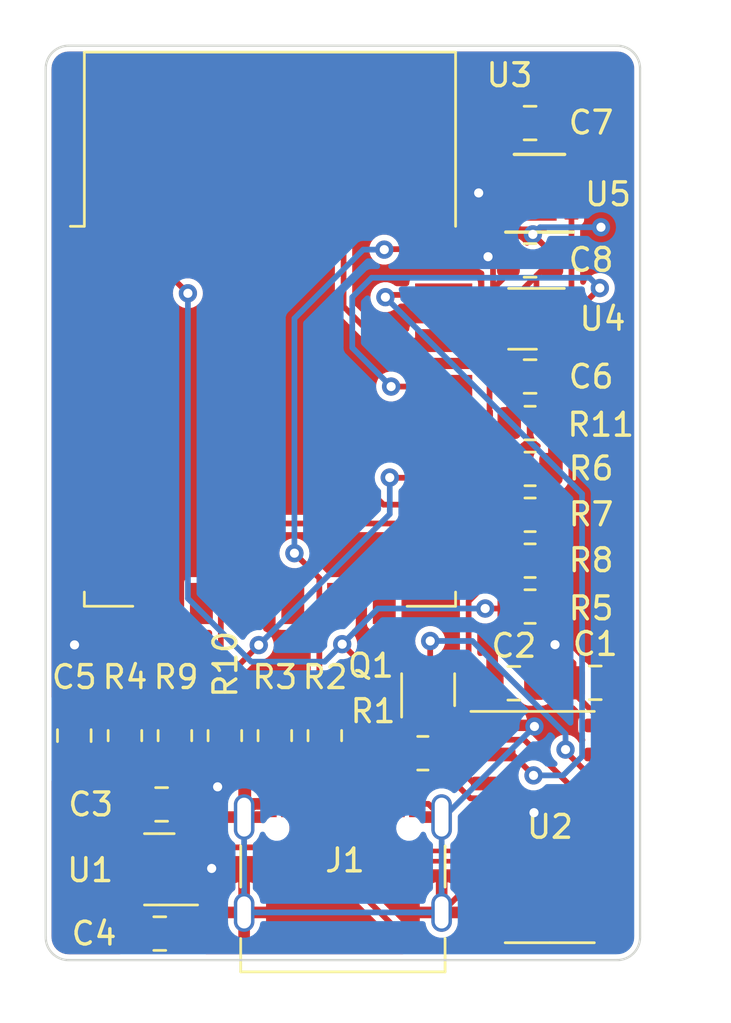
<source format=kicad_pcb>
(kicad_pcb (version 20211014) (generator pcbnew)
  (layers (0 "F.Cu" signal) (31 "B.Cu" signal) (34 "B.Paste" user) (35 "F.Paste" user) (36 "B.SilkS" user "B.Silkscreen") (37 "F.SilkS" user "F.Silkscreen") (38 "B.Mask" user) (39 "F.Mask" user) (44 "Edge.Cuts" user))
  (net 0 "")
  (net 1 "+3V3")
  (net 2 "GND")
  (net 3 "VBUS")
  (net 4 "/USB_DN")
  (net 5 "/USB_DP")
  (net 7 "Net-(J1-PadA5)")
  (net 9 "Net-(J1-PadB5)")
  (net 10 "/RTS")
  (net 11 "/GPIO0")
  (net 12 "/DTR")
  (net 13 "/RST")
  (net 14 "Net-(R1-Pad1)")
  (net 15 "/TX")
  (net 16 "Net-(R4-Pad2)")
  (net 17 "/SCL")
  (net 18 "/SDA")
  (net 19 "Net-(R9-Pad1)")
  (net 20 "Net-(R10-Pad2)")
  (net 21 "Net-(U4-Pad1)")
  (net 22 "/RX")
  (footprint "air-quality:DFN-6-1EP_2.44x2.44mm_P0.8mm_EP1.25x1.64mm" (layer "F.Cu") (at 141.468 81.946629 180)
    (fp_text reference "U4" (at -2.892 0) (layer "F.SilkS"))
    (fp_text value "SGP40")
    (fp_line (start 0 -1.33) (end 1.22 -1.33) (layer "F.SilkS") (width 0.12))
    (fp_line (start -1.22 1.33) (end 1.22 1.33) (layer "F.SilkS") (width 0.12))
    (pad "1" smd roundrect locked (at -1.275 -0.8 180) (size 0.6 0.4) (layers "F.Cu" "F.Paste" "F.Mask") (net 21 "Net-(U4-Pad1)"))
    (pad "2" smd roundrect locked (at -1.275 0 180) (size 0.6 0.4) (layers "F.Cu" "F.Paste" "F.Mask"))
    (pad "3" smd roundrect locked (at -1.275 0.8 180) (size 0.6 0.4) (layers "F.Cu" "F.Paste" "F.Mask") (net 18 "/SDA"))
    (pad "4" smd roundrect locked (at 1.275 0.8 180) (size 0.6 0.4) (layers "F.Cu" "F.Paste" "F.Mask") (net 2 "GND"))
    (pad "5" smd roundrect locked (at 1.275 0 180) (size 0.6 0.4) (layers "F.Cu" "F.Paste" "F.Mask") (net 1 "+3V3"))
    (pad "6" smd roundrect locked (at 1.275 -0.8 180) (size 0.6 0.4) (layers "F.Cu" "F.Paste" "F.Mask") (net 17 "/SCL"))
    (pad "7" smd rect locked (at 0 0 180) (size 1.25 1.64) (layers "F.Cu" "F.Mask") (net 2 "GND"))
  )
  (footprint "Capacitor_SMD:C_0805_2012Metric" (layer "F.Cu") (at 141.19 84.47)
    (fp_text reference "C6" (at 2.67 0.01) (layer "F.SilkS"))
    (fp_text value "1u")
    (fp_line (start -0.261252 0.735) (end 0.261252 0.735) (layer "F.SilkS") (width 0.12))
    (fp_line (start -0.261252 -0.735) (end 0.261252 -0.735) (layer "F.SilkS") (width 0.12))
    (pad "1" smd roundrect locked (at -0.95 0) (size 1 1.45) (layers "F.Cu" "F.Paste" "F.Mask") (net 21 "Net-(U4-Pad1)"))
    (pad "2" smd roundrect locked (at 0.95 0) (size 1 1.45) (layers "F.Cu" "F.Paste" "F.Mask") (net 2 "GND"))
  )
  (footprint "Resistor_SMD:R_0805_2012Metric" (layer "F.Cu") (at 141.19 88.5136 180)
    (fp_text reference "R6" (at -2.67 0.0204 180) (layer "F.SilkS"))
    (fp_text value "10k")
    (fp_line (start -0.227064 -0.735) (end 0.227064 -0.735) (layer "F.SilkS") (width 0.12))
    (fp_line (start -0.227064 0.735) (end 0.227064 0.735) (layer "F.SilkS") (width 0.12))
    (pad "1" smd roundrect locked (at -0.9125 0 180) (size 1.025 1.4) (layers "F.Cu" "F.Paste" "F.Mask") (roundrect_rratio 0.243902439) (net 1 "+3V3"))
    (pad "2" smd roundrect locked (at 0.9125 0 180) (size 1.025 1.4) (layers "F.Cu" "F.Paste" "F.Mask") (roundrect_rratio 0.243902439) (net 17 "/SCL"))
  )
  (footprint "Resistor_SMD:R_0805_2012Metric" (layer "F.Cu") (at 141.19 90.5204 180)
    (fp_text reference "R7" (at -2.67 0.0204) (layer "F.SilkS"))
    (fp_text value "10k")
    (fp_line (start -0.227064 -0.735) (end 0.227064 -0.735) (layer "F.SilkS") (width 0.12))
    (fp_line (start -0.227064 0.735) (end 0.227064 0.735) (layer "F.SilkS") (width 0.12))
    (pad "1" smd roundrect locked (at -0.9125 0 180) (size 1.025 1.4) (layers "F.Cu" "F.Paste" "F.Mask") (roundrect_rratio 0.243902439) (net 1 "+3V3"))
    (pad "2" smd roundrect locked (at 0.9125 0 180) (size 1.025 1.4) (layers "F.Cu" "F.Paste" "F.Mask") (roundrect_rratio 0.243902439) (net 18 "/SDA"))
  )
  (footprint "Resistor_SMD:R_0805_2012Metric" (layer "F.Cu") (at 123.466 100.18 90)
    (fp_text reference "R4" (at 2.56 0.004 180) (layer "F.SilkS"))
    (fp_text value "10k")
    (fp_line (start -0.227064 -0.735) (end 0.227064 -0.735) (layer "F.SilkS") (width 0.12))
    (fp_line (start -0.227064 0.735) (end 0.227064 0.735) (layer "F.SilkS") (width 0.12))
    (pad "1" smd roundrect locked (at -0.9125 0 90) (size 1.025 1.4) (layers "F.Cu" "F.Paste" "F.Mask") (roundrect_rratio 0.243902439) (net 1 "+3V3"))
    (pad "2" smd roundrect locked (at 0.9125 0 90) (size 1.025 1.4) (layers "F.Cu" "F.Paste" "F.Mask") (roundrect_rratio 0.243902439) (net 16 "Net-(R4-Pad2)"))
  )
  (footprint "Capacitor_SMD:C_0805_2012Metric" (layer "F.Cu") (at 124.99 108.84)
    (fp_text reference "C4" (at -2.875 0 180) (layer "F.SilkS"))
    (fp_text value "10u")
    (fp_line (start -0.261252 -0.735) (end 0.261252 -0.735) (layer "F.SilkS") (width 0.12))
    (fp_line (start -0.261252 0.735) (end 0.261252 0.735) (layer "F.SilkS") (width 0.12))
    (pad "1" smd roundrect locked (at -0.95 0) (size 1 1.45) (layers "F.Cu" "F.Paste" "F.Mask") (net 1 "+3V3"))
    (pad "2" smd roundrect locked (at 0.95 0) (size 1 1.45) (layers "F.Cu" "F.Paste" "F.Mask") (net 2 "GND"))
  )
  (footprint "Capacitor_SMD:C_0805_2012Metric" (layer "F.Cu") (at 121.25 100.18 -90)
    (fp_text reference "C5" (at -2.56 0 180) (layer "F.SilkS"))
    (fp_text value "100n")
    (fp_line (start -0.261252 -0.735) (end 0.261252 -0.735) (layer "F.SilkS") (width 0.12))
    (fp_line (start -0.261252 0.735) (end 0.261252 0.735) (layer "F.SilkS") (width 0.12))
    (pad "1" smd roundrect locked (at -0.95 0 270) (size 1 1.45) (layers "F.Cu" "F.Paste" "F.Mask") (net 1 "+3V3"))
    (pad "2" smd roundrect locked (at 0.95 0 270) (size 1 1.45) (layers "F.Cu" "F.Paste" "F.Mask") (net 2 "GND"))
  )
  (footprint "Package_SO:SOIC-16_3.9x9.9mm_P1.27mm" (layer "F.Cu") (at 142.05 104.18)
    (fp_text reference "U2" (at 0.01 -0.01 180) (layer "F.SilkS"))
    (fp_text value "CH340C")
    (fp_line (start 0 5.06) (end -1.95 5.06) (layer "F.SilkS") (width 0.12))
    (fp_line (start 0 5.06) (end 1.95 5.06) (layer "F.SilkS") (width 0.12))
    (fp_line (start 0 -5.06) (end -3.45 -5.06) (layer "F.SilkS") (width 0.12))
    (fp_line (start 0 -5.06) (end 1.95 -5.06) (layer "F.SilkS") (width 0.12))
    (pad "1" smd roundrect locked (at -2.475 -4.445) (size 1.95 0.6) (layers "F.Cu" "F.Paste" "F.Mask") (net 2 "GND"))
    (pad "2" smd roundrect locked (at -2.475 -3.175) (size 1.95 0.6) (layers "F.Cu" "F.Paste" "F.Mask") (net 22 "/RX"))
    (pad "3" smd roundrect locked (at -2.475 -1.905) (size 1.95 0.6) (layers "F.Cu" "F.Paste" "F.Mask") (net 14 "Net-(R1-Pad1)"))
    (pad "4" smd roundrect locked (at -2.475 -0.635) (size 1.95 0.6) (layers "F.Cu" "F.Paste" "F.Mask") (net 1 "+3V3"))
    (pad "5" smd roundrect locked (at -2.475 0.635) (size 1.95 0.6) (layers "F.Cu" "F.Paste" "F.Mask") (net 5 "/USB_DP"))
    (pad "6" smd roundrect locked (at -2.475 1.905) (size 1.95 0.6) (layers "F.Cu" "F.Paste" "F.Mask") (net 4 "/USB_DN"))
    (pad "7" smd roundrect locked (at -2.475 3.175) (size 1.95 0.6) (layers "F.Cu" "F.Paste" "F.Mask"))
    (pad "8" smd roundrect locked (at -2.475 4.445) (size 1.95 0.6) (layers "F.Cu" "F.Paste" "F.Mask"))
    (pad "9" smd roundrect locked (at 2.475 4.445) (size 1.95 0.6) (layers "F.Cu" "F.Paste" "F.Mask"))
    (pad "10" smd roundrect locked (at 2.475 3.175) (size 1.95 0.6) (layers "F.Cu" "F.Paste" "F.Mask"))
    (pad "11" smd roundrect locked (at 2.475 1.905) (size 1.95 0.6) (layers "F.Cu" "F.Paste" "F.Mask"))
    (pad "12" smd roundrect locked (at 2.475 0.635) (size 1.95 0.6) (layers "F.Cu" "F.Paste" "F.Mask"))
    (pad "13" smd roundrect locked (at 2.475 -0.635) (size 1.95 0.6) (layers "F.Cu" "F.Paste" "F.Mask") (net 12 "/DTR"))
    (pad "14" smd roundrect locked (at 2.475 -1.905) (size 1.95 0.6) (layers "F.Cu" "F.Paste" "F.Mask") (net 10 "/RTS"))
    (pad "15" smd roundrect locked (at 2.475 -3.175) (size 1.95 0.6) (layers "F.Cu" "F.Paste" "F.Mask"))
    (pad "16" smd roundrect locked (at 2.475 -4.445) (size 1.95 0.6) (layers "F.Cu" "F.Paste" "F.Mask") (net 1 "+3V3"))
  )
  (footprint "Connector_USB:USB_C_Receptacle_Palconn_UTC16-G" (layer "F.Cu") (at 133 105.675)
    (fp_text reference "J1" (at 0.092 -0.036) (layer "F.SilkS"))
    (fp_text value "USB_C_Receptacle_USB2.0")
    (fp_line (start -4.47 4.84) (end -4.47 3.38) (layer "F.SilkS") (width 0.12))
    (fp_line (start 4.47 -0.67) (end 4.47 1.13) (layer "F.SilkS") (width 0.12))
    (fp_line (start 4.47 4.84) (end -4.47 4.84) (layer "F.SilkS") (width 0.12))
    (fp_line (start 4.47 4.84) (end 4.47 3.38) (layer "F.SilkS") (width 0.12))
    (fp_line (start -4.47 -0.67) (end -4.47 1.13) (layer "F.SilkS") (width 0.12))
    (pad "" np_thru_hole circle locked (at 2.89 -1.45 180) (size 0.6 0.6) (drill 0.6) (layers *.Cu *.Mask))
    (pad "" np_thru_hole circle locked (at -2.89 -1.45 180) (size 0.6 0.6) (drill 0.6) (layers *.Cu *.Mask))
    (pad "A1" smd rect locked (at -3.2 -2.51) (size 0.6 1.16) (layers "F.Cu" "F.Paste" "F.Mask") (net 2 "GND"))
    (pad "A4" smd rect locked (at -2.4 -2.51) (size 0.6 1.16) (layers "F.Cu" "F.Paste" "F.Mask") (net 3 "VBUS"))
    (pad "A5" smd rect locked (at -1.25 -2.51 180) (size 0.3 1.16) (layers "F.Cu" "F.Paste" "F.Mask") (net 7 "Net-(J1-PadA5)"))
    (pad "A6" smd rect locked (at -0.25 -2.51 180) (size 0.3 1.16) (layers "F.Cu" "F.Paste" "F.Mask") (net 5 "/USB_DP"))
    (pad "A7" smd rect locked (at 0.25 -2.51 180) (size 0.3 1.16) (layers "F.Cu" "F.Paste" "F.Mask") (net 4 "/USB_DN"))
    (pad "A8" smd rect locked (at 1.25 -2.51 180) (size 0.3 1.16) (layers "F.Cu" "F.Paste" "F.Mask"))
    (pad "A9" smd rect locked (at 2.4 -2.51) (size 0.6 1.16) (layers "F.Cu" "F.Paste" "F.Mask") (net 3 "VBUS"))
    (pad "A12" smd rect locked (at 3.2 -2.51) (size 0.6 1.16) (layers "F.Cu" "F.Paste" "F.Mask") (net 2 "GND"))
    (pad "B1" smd rect locked (at 3.2 -2.51) (size 0.6 1.16) (layers "F.Cu" "F.Paste" "F.Mask") (net 2 "GND"))
    (pad "B4" smd rect locked (at 2.4 -2.51) (size 0.6 1.16) (layers "F.Cu" "F.Paste" "F.Mask") (net 3 "VBUS"))
    (pad "B5" smd rect locked (at 1.75 -2.51 180) (size 0.3 1.16) (layers "F.Cu" "F.Paste" "F.Mask") (net 9 "Net-(J1-PadB5)"))
    (pad "B6" smd rect locked (at 0.75 -2.51 180) (size 0.3 1.16) (layers "F.Cu" "F.Paste" "F.Mask") (net 5 "/USB_DP"))
    (pad "B7" smd rect locked (at -0.75 -2.51 180) (size 0.3 1.16) (layers "F.Cu" "F.Paste" "F.Mask") (net 4 "/USB_DN"))
    (pad "B8" smd rect locked (at -1.75 -2.51 180) (size 0.3 1.16) (layers "F.Cu" "F.Paste" "F.Mask"))
    (pad "B9" smd rect locked (at -2.4 -2.51) (size 0.6 1.16) (layers "F.Cu" "F.Paste" "F.Mask") (net 3 "VBUS"))
    (pad "B12" smd rect locked (at -3.2 -2.51) (size 0.6 1.16) (layers "F.Cu" "F.Paste" "F.Mask") (net 2 "GND"))
    (pad "S1" thru_hole oval locked (at 4.32 -1.93 90) (size 2 0.9) (drill oval 1.7 0.6) (layers *.Cu *.Mask) (net 2 "GND"))
    (pad "S1" thru_hole oval locked (at -4.32 2.24 90) (size 1.7 0.9) (drill oval 1.4 0.6) (layers *.Cu *.Mask) (net 2 "GND"))
    (pad "S1" thru_hole oval locked (at 4.32 2.24 90) (size 1.7 0.9) (drill oval 1.4 0.6) (layers *.Cu *.Mask) (net 2 "GND"))
    (pad "S1" thru_hole oval locked (at -4.32 -1.93 90) (size 2 0.9) (drill oval 1.7 0.6) (layers *.Cu *.Mask) (net 2 "GND"))
  )
  (footprint "Resistor_SMD:R_0805_2012Metric" (layer "F.Cu") (at 127.838 100.18 90)
    (fp_text reference "R10" (at 3.12 0.022 90) (layer "F.SilkS"))
    (fp_text value "10k")
    (fp_line (start -0.227064 -0.735) (end 0.227064 -0.735) (layer "F.SilkS") (width 0.12))
    (fp_line (start -0.227064 0.735) (end 0.227064 0.735) (layer "F.SilkS") (width 0.12))
    (pad "1" smd roundrect locked (at -0.9125 0 90) (size 1.025 1.4) (layers "F.Cu" "F.Paste" "F.Mask") (roundrect_rratio 0.243902439) (net 1 "+3V3"))
    (pad "2" smd roundrect locked (at 0.9125 0 90) (size 1.025 1.4) (layers "F.Cu" "F.Paste" "F.Mask") (roundrect_rratio 0.243902439) (net 20 "Net-(R10-Pad2)"))
  )
  (footprint "Resistor_SMD:R_0805_2012Metric" (layer "F.Cu") (at 130.024 100.18 90)
    (fp_text reference "R3" (at 2.56 0 180) (layer "F.SilkS"))
    (fp_text value "5.1k")
    (fp_line (start -0.227064 0.735) (end 0.227064 0.735) (layer "F.SilkS") (width 0.12))
    (fp_line (start -0.227064 -0.735) (end 0.227064 -0.735) (layer "F.SilkS") (width 0.12))
    (pad "1" smd roundrect locked (at -0.9125 0 90) (size 1.025 1.4) (layers "F.Cu" "F.Paste" "F.Mask") (roundrect_rratio 0.243902439) (net 7 "Net-(J1-PadA5)"))
    (pad "2" smd roundrect locked (at 0.9125 0 90) (size 1.025 1.4) (layers "F.Cu" "F.Paste" "F.Mask") (roundrect_rratio 0.243902439) (net 2 "GND"))
  )
  (footprint "Resistor_SMD:R_0805_2012Metric" (layer "F.Cu") (at 141.19 94.534 180)
    (fp_text reference "R5" (at -2.67 -0.0796) (layer "F.SilkS"))
    (fp_text value "10k")
    (fp_line (start -0.227064 0.735) (end 0.227064 0.735) (layer "F.SilkS") (width 0.12))
    (fp_line (start -0.227064 -0.735) (end 0.227064 -0.735) (layer "F.SilkS") (width 0.12))
    (pad "1" smd roundrect locked (at -0.9125 0 180) (size 1.025 1.4) (layers "F.Cu" "F.Paste" "F.Mask") (roundrect_rratio 0.243902439) (net 1 "+3V3"))
    (pad "2" smd roundrect locked (at 0.9125 0 180) (size 1.025 1.4) (layers "F.Cu" "F.Paste" "F.Mask") (roundrect_rratio 0.243902439) (net 13 "/RST"))
  )
  (footprint "Resistor_SMD:R_0805_2012Metric" (layer "F.Cu") (at 141.19 86.5068 180)
    (fp_text reference "R11" (at -3.09 -0.0732) (layer "F.SilkS"))
    (fp_text value "5.1k")
    (fp_line (start -0.227064 -0.735) (end 0.227064 -0.735) (layer "F.SilkS") (width 0.12))
    (fp_line (start -0.227064 0.735) (end 0.227064 0.735) (layer "F.SilkS") (width 0.12))
    (pad "1" smd roundrect locked (at -0.9125 0 180) (size 1.025 1.4) (layers "F.Cu" "F.Paste" "F.Mask") (roundrect_rratio 0.243902439) (net 1 "+3V3"))
    (pad "2" smd roundrect locked (at 0.9125 0 180) (size 1.025 1.4) (layers "F.Cu" "F.Paste" "F.Mask") (roundrect_rratio 0.243902439) (net 21 "Net-(U4-Pad1)"))
  )
  (footprint "RF_Module:ESP-12E" (layer "F.Cu") (at 129.81 82.4)
    (fp_text reference "U3" (at 10.48 -11.11) (layer "F.SilkS"))
    (fp_text value "ESP-12F")
    (fp_line (start -8.12 12.12) (end -8.12 11.5) (layer "F.SilkS") (width 0.12))
    (fp_line (start 8.12 -12.12) (end 8.12 -4.5) (layer "F.SilkS") (width 0.12))
    (fp_line (start -8.12 -4.5) (end -8.12 -12.12) (layer "F.SilkS") (width 0.12))
    (fp_line (start 8.12 12.12) (end 6 12.12) (layer "F.SilkS") (width 0.12))
    (fp_line (start 8.12 11.5) (end 8.12 12.12) (layer "F.SilkS") (width 0.12))
    (fp_line (start -8.12 -12.12) (end 8.12 -12.12) (layer "F.SilkS") (width 0.12))
    (fp_line (start -8.12 -4.5) (end -8.73 -4.5) (layer "F.SilkS") (width 0.12))
    (fp_line (start -6 12.12) (end -8.12 12.12) (layer "F.SilkS") (width 0.12))
    (pad "1" smd rect locked (at -7.6 -3.5) (size 2.5 1) (layers "F.Cu" "F.Paste" "F.Mask") (net 13 "/RST"))
    (pad "2" smd rect locked (at -7.6 -1.5) (size 2.5 1) (layers "F.Cu" "F.Paste" "F.Mask"))
    (pad "3" smd rect locked (at -7.6 0.5) (size 2.5 1) (layers "F.Cu" "F.Paste" "F.Mask") (net 16 "Net-(R4-Pad2)"))
    (pad "4" smd rect locked (at -7.6 2.5) (size 2.5 1) (layers "F.Cu" "F.Paste" "F.Mask"))
    (pad "5" smd rect locked (at -7.6 4.5) (size 2.5 1) (layers "F.Cu" "F.Paste" "F.Mask"))
    (pad "6" smd rect locked (at -7.6 6.5) (size 2.5 1) (layers "F.Cu" "F.Paste" "F.Mask"))
    (pad "7" smd rect locked (at -7.6 8.5) (size 2.5 1) (layers "F.Cu" "F.Paste" "F.Mask"))
    (pad "8" smd rect locked (at -7.6 10.5) (size 2.5 1) (layers "F.Cu" "F.Paste" "F.Mask") (net 1 "+3V3"))
    (pad "9" smd rect locked (at -5 12) (size 1 1.8) (layers "F.Cu" "F.Paste" "F.Mask"))
    (pad "10" smd rect locked (at -3 12) (size 1 1.8) (layers "F.Cu" "F.Paste" "F.Mask"))
    (pad "11" smd rect locked (at -1 12) (size 1 1.8) (layers "F.Cu" "F.Paste" "F.Mask"))
    (pad "12" smd rect locked (at 1 12) (size 1 1.8) (layers "F.Cu" "F.Paste" "F.Mask"))
    (pad "13" smd rect locked (at 3 12) (size 1 1.8) (layers "F.Cu" "F.Paste" "F.Mask"))
    (pad "14" smd rect locked (at 5 12) (size 1 1.8) (layers "F.Cu" "F.Paste" "F.Mask"))
    (pad "15" smd rect locked (at 7.6 10.5) (size 2.5 1) (layers "F.Cu" "F.Paste" "F.Mask") (net 2 "GND"))
    (pad "16" smd rect locked (at 7.6 8.5) (size 2.5 1) (layers "F.Cu" "F.Paste" "F.Mask") (net 19 "Net-(R9-Pad1)"))
    (pad "17" smd rect locked (at 7.6 6.5) (size 2.5 1) (layers "F.Cu" "F.Paste" "F.Mask") (net 20 "Net-(R10-Pad2)"))
    (pad "18" smd rect locked (at 7.6 4.5) (size 2.5 1) (layers "F.Cu" "F.Paste" "F.Mask") (net 11 "/GPIO0"))
    (pad "19" smd rect locked (at 7.6 2.5) (size 2.5 1) (layers "F.Cu" "F.Paste" "F.Mask") (net 18 "/SDA"))
    (pad "20" smd rect locked (at 7.6 0.5) (size 2.5 1) (layers "F.Cu" "F.Paste" "F.Mask") (net 17 "/SCL"))
    (pad "21" smd rect locked (at 7.6 -1.5) (size 2.5 1) (layers "F.Cu" "F.Paste" "F.Mask") (net 22 "/RX"))
    (pad "22" smd rect locked (at 7.6 -3.5) (size 2.5 1) (layers "F.Cu" "F.Paste" "F.Mask") (net 15 "/TX"))
  )
  (footprint "Package_SON:Texas_PWSON-N6" (layer "F.Cu") (at 141.6 76.454 180)
    (fp_text reference "U5" (at -3 -0.046) (layer "F.SilkS"))
    (fp_text value "HDC1080")
    (fp_line (start 1.475 -1.7) (end -1.475 -1.7) (layer "F.SilkS") (width 0.15))
    (fp_line (start 1.1 1.7) (end -1.1 1.7) (layer "F.SilkS") (width 0.15))
    (pad "1" smd rect locked (at -1.4 -0.95 180) (size 0.6 0.4) (layers "F.Cu" "F.Paste" "F.Mask") (net 18 "/SDA"))
    (pad "2" smd rect locked (at -1.4 0 180) (size 0.6 0.4) (layers "F.Cu" "F.Paste" "F.Mask") (net 2 "GND"))
    (pad "3" smd rect locked (at -1.4 0.95 180) (size 0.6 0.4) (layers "F.Cu" "F.Paste" "F.Mask"))
    (pad "4" smd rect locked (at 1.4 0.95 180) (size 0.6 0.4) (layers "F.Cu" "F.Paste" "F.Mask"))
    (pad "5" smd rect locked (at 1.4 0 180) (size 0.6 0.4) (layers "F.Cu" "F.Paste" "F.Mask") (net 1 "+3V3"))
    (pad "6" smd rect locked (at 1.4 -0.95 180) (size 0.6 0.4) (layers "F.Cu" "F.Paste" "F.Mask") (net 17 "/SCL"))
    (pad "7" smd rect locked (at 0 0 180) (size 1.5 2.4) (layers "F.Cu" "F.Paste" "F.Mask"))
  )
  (footprint "Capacitor_SMD:C_0805_2012Metric" (layer "F.Cu") (at 141.19 79.39)
    (fp_text reference "C8" (at 2.67 -0.0204) (layer "F.SilkS"))
    (fp_text value "1u")
    (fp_line (start -0.261252 -0.735) (end 0.261252 -0.735) (layer "F.SilkS") (width 0.12))
    (fp_line (start -0.261252 0.735) (end 0.261252 0.735) (layer "F.SilkS") (width 0.12))
    (pad "1" smd roundrect locked (at -0.95 0) (size 1 1.45) (layers "F.Cu" "F.Paste" "F.Mask") (net 1 "+3V3"))
    (pad "2" smd roundrect locked (at 0.95 0) (size 1 1.45) (layers "F.Cu" "F.Paste" "F.Mask") (net 2 "GND"))
  )
  (footprint "Resistor_SMD:R_0805_2012Metric" (layer "F.Cu") (at 132.21 100.18 90)
    (fp_text reference "R2" (at 2.56 0.01 180) (layer "F.SilkS"))
    (fp_text value "5.1k")
    (fp_line (start -0.227064 0.735) (end 0.227064 0.735) (layer "F.SilkS") (width 0.12))
    (fp_line (start -0.227064 -0.735) (end 0.227064 -0.735) (layer "F.SilkS") (width 0.12))
    (pad "1" smd roundrect locked (at -0.9125 0 90) (size 1.025 1.4) (layers "F.Cu" "F.Paste" "F.Mask") (roundrect_rratio 0.243902439) (net 9 "Net-(J1-PadB5)"))
    (pad "2" smd roundrect locked (at 0.9125 0 90) (size 1.025 1.4) (layers "F.Cu" "F.Paste" "F.Mask") (roundrect_rratio 0.243902439) (net 2 "GND"))
  )
  (footprint "Resistor_SMD:R_0805_2012Metric" (layer "F.Cu") (at 125.652 100.18 -90)
    (fp_text reference "R9" (at -2.56 -0.05 180) (layer "F.SilkS"))
    (fp_text value "10k")
    (fp_line (start -0.227064 -0.735) (end 0.227064 -0.735) (layer "F.SilkS") (width 0.12))
    (fp_line (start -0.227064 0.735) (end 0.227064 0.735) (layer "F.SilkS") (width 0.12))
    (pad "1" smd roundrect locked (at -0.9125 0 270) (size 1.025 1.4) (layers "F.Cu" "F.Paste" "F.Mask") (roundrect_rratio 0.243902439) (net 19 "Net-(R9-Pad1)"))
    (pad "2" smd roundrect locked (at 0.9125 0 270) (size 1.025 1.4) (layers "F.Cu" "F.Paste" "F.Mask") (roundrect_rratio 0.243902439) (net 2 "GND"))
  )
  (footprint "Package_TO_SOT_SMD:SOT-23" (layer "F.Cu") (at 124.97 106.028334 180)
    (fp_text reference "U1" (at 3.025 -0.036666 180) (layer "F.SilkS"))
    (fp_text value "ME6211A33M3G-N")
    (fp_line (start 0 -1.56) (end 0.65 -1.56) (layer "F.SilkS") (width 0.12))
    (fp_line (start 0 -1.56) (end -1.675 -1.56) (layer "F.SilkS") (width 0.12))
    (fp_line (start 0 1.56) (end -0.65 1.56) (layer "F.SilkS") (width 0.12))
    (fp_line (start 0 1.56) (end 0.65 1.56) (layer "F.SilkS") (width 0.12))
    (pad "1" smd roundrect locked (at -0.9375 -0.95 180) (size 1.475 0.6) (layers "F.Cu" "F.Paste" "F.Mask") (net 2 "GND"))
    (pad "2" smd roundrect locked (at -0.9375 0.95 180) (size 1.475 0.6) (layers "F.Cu" "F.Paste" "F.Mask") (net 1 "+3V3"))
    (pad "3" smd roundrect locked (at 0.9375 0 180) (size 1.475 0.6) (layers "F.Cu" "F.Paste" "F.Mask") (net 3 "VBUS"))
  )
  (footprint "Resistor_SMD:R_0805_2012Metric" (layer "F.Cu") (at 141.19 92.5272 180)
    (fp_text reference "R8" (at -2.67 0.0204) (layer "F.SilkS"))
    (fp_text value "10k")
    (fp_line (start -0.227064 0.735) (end 0.227064 0.735) (layer "F.SilkS") (width 0.12))
    (fp_line (start -0.227064 -0.735) (end 0.227064 -0.735) (layer "F.SilkS") (width 0.12))
    (pad "1" smd roundrect locked (at -0.9125 0 180) (size 1.025 1.4) (layers "F.Cu" "F.Paste" "F.Mask") (roundrect_rratio 0.243902439) (net 1 "+3V3"))
    (pad "2" smd roundrect locked (at 0.9125 0 180) (size 1.025 1.4) (layers "F.Cu" "F.Paste" "F.Mask") (roundrect_rratio 0.243902439) (net 11 "/GPIO0"))
  )
  (footprint "Package_TO_SOT_SMD:SOT-363_SC-70-6" (layer "F.Cu") (at 136.73 98.17 90)
    (fp_text reference "Q1" (at 1.05 -2.51 180) (layer "F.SilkS"))
    (fp_text value "UMH3N")
    (fp_line (start 0.7 -1.16) (end -1.2 -1.16) (layer "F.SilkS") (width 0.12))
    (fp_line (start -0.7 1.16) (end 0.7 1.16) (layer "F.SilkS") (width 0.12))
    (pad "1" smd rect locked (at -0.95 -0.65 90) (size 0.65 0.4) (layers "F.Cu" "F.Paste" "F.Mask") (net 10 "/RTS"))
    (pad "2" smd rect locked (at -0.95 0 90) (size 0.65 0.4) (layers "F.Cu" "F.Paste" "F.Mask") (net 12 "/DTR"))
    (pad "3" smd rect locked (at -0.95 0.65 90) (size 0.65 0.4) (layers "F.Cu" "F.Paste" "F.Mask") (net 11 "/GPIO0"))
    (pad "4" smd rect locked (at 0.95 0.65 90) (size 0.65 0.4) (layers "F.Cu" "F.Paste" "F.Mask") (net 12 "/DTR"))
    (pad "5" smd rect locked (at 0.95 0 90) (size 0.65 0.4) (layers "F.Cu" "F.Paste" "F.Mask") (net 10 "/RTS"))
    (pad "6" smd rect locked (at 0.95 -0.65 90) (size 0.65 0.4) (layers "F.Cu" "F.Paste" "F.Mask") (net 13 "/RST"))
  )
  (footprint "Capacitor_SMD:C_0805_2012Metric" (layer "F.Cu") (at 125.07 103.19)
    (fp_text reference "C3" (at -3.1 0 180) (layer "F.SilkS"))
    (fp_text value "10u")
    (fp_line (start -0.261252 -0.735) (end 0.261252 -0.735) (layer "F.SilkS") (width 0.12))
    (fp_line (start -0.261252 0.735) (end 0.261252 0.735) (layer "F.SilkS") (width 0.12))
    (pad "1" smd roundrect locked (at -0.95 0) (size 1 1.45) (layers "F.Cu" "F.Paste" "F.Mask") (net 3 "VBUS"))
    (pad "2" smd roundrect locked (at 0.95 0) (size 1 1.45) (layers "F.Cu" "F.Paste" "F.Mask") (net 2 "GND"))
  )
  (footprint "Resistor_SMD:R_0805_2012Metric" (layer "F.Cu") (at 136.5 100.95 180)
    (fp_text reference "R1" (at 2.18 1.84 180) (layer "F.SilkS"))
    (fp_text value "470")
    (fp_line (start -0.227064 0.735) (end 0.227064 0.735) (layer "F.SilkS") (width 0.12))
    (fp_line (start -0.227064 -0.735) (end 0.227064 -0.735) (layer "F.SilkS") (width 0.12))
    (pad "1" smd roundrect locked (at -0.9125 0 180) (size 1.025 1.4) (layers "F.Cu" "F.Paste" "F.Mask") (roundrect_rratio 0.243902439) (net 14 "Net-(R1-Pad1)"))
    (pad "2" smd roundrect locked (at 0.9125 0 180) (size 1.025 1.4) (layers "F.Cu" "F.Paste" "F.Mask") (roundrect_rratio 0.243902439) (net 15 "/TX"))
  )
  (footprint "Capacitor_SMD:C_0805_2012Metric" (layer "F.Cu") (at 141.19 73.383371)
    (fp_text reference "C7" (at 2.67 -0.0204) (layer "F.SilkS"))
    (fp_text value "100n")
    (fp_line (start -0.261252 -0.735) (end 0.261252 -0.735) (layer "F.SilkS") (width 0.12))
    (fp_line (start -0.261252 0.735) (end 0.261252 0.735) (layer "F.SilkS") (width 0.12))
    (pad "1" smd roundrect locked (at -0.95 0) (size 1 1.45) (layers "F.Cu" "F.Paste" "F.Mask") (net 1 "+3V3"))
    (pad "2" smd roundrect locked (at 0.95 0) (size 1 1.45) (layers "F.Cu" "F.Paste" "F.Mask") (net 2 "GND"))
  )
  (footprint "Capacitor_SMD:C_0805_2012Metric" (layer "F.Cu") (at 140.48 97.89 180)
    (fp_text reference "C2" (at 0 1.64) (layer "F.SilkS"))
    (fp_text value "1u")
    (fp_line (start -0.261252 0.735) (end 0.261252 0.735) (layer "F.SilkS") (width 0.12))
    (fp_line (start -0.261252 -0.735) (end 0.261252 -0.735) (layer "F.SilkS") (width 0.12))
    (pad "1" smd roundrect locked (at -0.95 0 180) (size 1 1.45) (layers "F.Cu" "F.Paste" "F.Mask") (net 1 "+3V3"))
    (pad "2" smd roundrect locked (at 0.95 0 180) (size 1 1.45) (layers "F.Cu" "F.Paste" "F.Mask") (net 2 "GND"))
  )
  (footprint "Capacitor_SMD:C_0805_2012Metric" (layer "F.Cu") (at 144.04 97.87)
    (fp_text reference "C1" (at 0 -1.7) (layer "F.SilkS"))
    (fp_text value "100n")
    (fp_line (start -0.261252 -0.735) (end 0.261252 -0.735) (layer "F.SilkS") (width 0.12))
    (fp_line (start -0.261252 0.735) (end 0.261252 0.735) (layer "F.SilkS") (width 0.12))
    (pad "1" smd roundrect locked (at -0.95 0) (size 1 1.45) (layers "F.Cu" "F.Paste" "F.Mask") (net 1 "+3V3"))
    (pad "2" smd roundrect locked (at 0.95 0) (size 1 1.45) (layers "F.Cu" "F.Paste" "F.Mask") (net 2 "GND"))
  )
  (gr_arc (start 145 70) (mid 145.707107 70.292893) (end 146 71) (layer "Edge.Cuts") (width 0.1))
  (gr_arc (start 121 110) (mid 120.292893 109.707107) (end 120 109) (layer "Edge.Cuts") (width 0.1))
  (gr_arc (start 146 109) (mid 145.707107 109.707107) (end 145 110) (layer "Edge.Cuts") (width 0.1))
  (gr_line (start 145 70) (end 121 70) (layer "Edge.Cuts") (width 0.1))
  (gr_arc (start 120 71) (mid 120.292893 70.292893) (end 121 70) (layer "Edge.Cuts") (width 0.1))
  (gr_line (start 120 109) (end 120 71) (layer "Edge.Cuts") (width 0.1))
  (gr_line (start 146 109) (end 146 71) (layer "Edge.Cuts") (width 0.1))
  (gr_line (start 121 110) (end 145 110) (layer "Edge.Cuts") (width 0.1))
  (segment (start 127.838 101.0925) (end 127.838 102.102) (width 0.25) (layer "F.Cu") (net 1))
  (segment (start 121.25 96.22) (end 121.26 96.21) (width 0.25) (layer "F.Cu") (net 1))
  (segment (start 142.1025 88.5136) (end 142.1025 86.5068) (width 0.25) (layer "F.Cu") (net 1))
  (segment (start 142.1025 92.5272) (end 142.1025 94.534) (width 0.25) (layer "F.Cu") (net 1))
  (segment (start 142.1025 88.5136) (end 142.1025 90.5204) (width 0.25) (layer "F.Cu") (net 1))
  (segment (start 139.56848 80.63152) (end 139.56848 79.44848) (width 0.25) (layer "F.Cu") (net 1))
  (segment (start 143.09 97.87) (end 143.09 98.3) (width 0.25) (layer "F.Cu") (net 1))
  (segment (start 143.09 97.87) (end 141.45 97.87) (width 0.25) (layer "F.Cu") (net 1))
  (segment (start 122.21 95.26) (end 122.21 92.9) (width 0.25) (layer "F.Cu") (net 1))
  (segment (start 142.1025 90.5204) (end 142.1025 92.5272) (width 0.25) (layer "F.Cu") (net 1))
  (segment (start 140.2 76.454) (end 138.954 76.454) (width 0.25) (layer "F.Cu") (net 1))
  (segment (start 140.24 79.39) (end 140.24 79.96) (width 0.25) (layer "F.Cu") (net 1))
  (segment (start 143.09 97.01) (end 142.28 96.2) (width 0.25) (layer "F.Cu") (net 1))
  (segment (start 139.35 79.23) (end 140.08 79.23) (width 0.25) (layer "F.Cu") (net 1))
  (segment (start 139.575489 74.047882) (end 140.24 73.383371) (width 0.25) (layer "F.Cu") (net 1))
  (segment (start 139.56848 81.52848) (end 139.986629 81.946629) (width 0.25) (layer "F.Cu") (net 1))
  (segment (start 140.2 76.454) (end 140.000978 76.454) (width 0.25) (layer "F.Cu") (net 1))
  (segment (start 125.9075 105.078334) (end 125.9075 105.569762) (width 0.25) (layer "F.Cu") (net 1))
  (segment (start 142.1025 96.0225) (end 142.28 96.2) (width 0.25) (layer "F.Cu") (net 1))
  (segment (start 139.56848 80.63152) (end 139.56848 81.52848) (width 0.25) (layer "F.Cu") (net 1))
  (segment (start 121.25 99.23) (end 121.25 96.22) (width 0.25) (layer "F.Cu") (net 1))
  (segment (start 124.04 107.437262) (end 124.04 108.84) (width 0.25) (layer "F.Cu") (net 1))
  (segment (start 127.838 102.102) (end 127.52 102.42) (width 0.25) (layer "F.Cu") (net 1))
  (segment (start 141.45 97.87) (end 141.43 97.89) (width 0.25) (layer "F.Cu") (net 1))
  (segment (start 139.575 103.545) (end 141.355 103.545) (width 0.25) (layer "F.Cu") (net 1))
  (segment (start 125.9075 105.569762) (end 124.04 107.437262) (width 0.25) (layer "F.Cu") (net 1))
  (segment (start 126.348334 105.078334) (end 127.26 105.99) (width 0.25) (layer "F.Cu") (net 1))
  (segment (start 125.9075 105.078334) (end 126.348334 105.078334) (width 0.25) (layer "F.Cu") (net 1))
  (segment (start 139.575489 76.028511) (end 139.575489 74.047882) (width 0.25) (layer "F.Cu") (net 1))
  (segment (start 143.09 97.87) (end 143.09 97.01) (width 0.25) (layer "F.Cu") (net 1))
  (segment (start 139.56848 79.44848) (end 139.35 79.23) (width 0.25) (layer "F.Cu") (net 1))
  (segment (start 121.25 99.23) (end 121.6035 99.23) (width 0.25) (layer "F.Cu") (net 1))
  (segment (start 121.6035 99.23) (end 123.466 101.0925) (width 0.25) (layer "F.Cu") (net 1))
  (segment (start 140.24 79.96) (end 139.56848 80.63152) (width 0.25) (layer "F.Cu") (net 1))
  (segment (start 142.1025 94.534) (end 142.1025 96.0225) (width 0.25) (layer "F.Cu") (net 1))
  (segment (start 140.08 79.23) (end 140.24 79.39) (width 0.25) (layer "F.Cu") (net 1))
  (segment (start 141.355 103.545) (end 141.36 103.55) (width 0.25) (layer "F.Cu") (net 1))
  (segment (start 121.26 96.21) (end 122.21 95.26) (width 0.25) (layer "F.Cu") (net 1))
  (segment (start 143.09 98.3) (end 144.525 99.735) (width 0.25) (layer "F.Cu") (net 1))
  (segment (start 138.954 76.454) (end 138.94 76.44) (width 0.25) (layer "F.Cu") (net 1))
  (segment (start 140.000978 76.454) (end 139.575489 76.028511) (width 0.25) (layer "F.Cu") (net 1))
  (segment (start 139.986629 81.946629) (end 140.193 81.946629) (width 0.25) (layer "F.Cu") (net 1))
  (via (at 142.28 96.2) (size 0.8) (drill 0.4) (layers "F.Cu" "B.Cu") (net 1))
  (via (at 138.94 76.44) (size 0.8) (drill 0.4) (layers "F.Cu" "B.Cu") (net 1))
  (via (at 127.52 102.42) (size 0.8) (drill 0.4) (layers "F.Cu" "B.Cu") (net 1))
  (via (at 121.26 96.21) (size 0.8) (drill 0.4) (layers "F.Cu" "B.Cu") (net 1))
  (via (at 141.36 103.55) (size 0.8) (drill 0.4) (layers "F.Cu" "B.Cu") (net 1))
  (via (at 139.35 79.23) (size 0.8) (drill 0.4) (layers "F.Cu" "B.Cu") (net 1))
  (via (at 127.26 105.99) (size 0.8) (drill 0.4) (layers "F.Cu" "B.Cu") (net 1))
  (segment (start 142.14 79.39) (end 142.14 79.08) (width 0.25) (layer "F.Cu") (net 2))
  (segment (start 124.81498 101.92952) (end 122.04952 101.92952) (width 0.25) (layer "F.Cu") (net 2))
  (segment (start 136.2 103.165) (end 136.74 103.165) (width 0.25) (layer "F.Cu") (net 2))
  (segment (start 142.14 79.08) (end 141.31 78.25) (width 0.25) (layer "F.Cu") (net 2))
  (segment (start 141.468 81.946629) (end 141.468 80.062) (width 0.25) (layer "F.Cu") (net 2))
  (segment (start 139.575 99.735) (end 139.575 97.935) (width 0.25) (layer "F.Cu") (net 2))
  (segment (start 142.14 84.47) (end 142.14 84.7) (width 0.25) (layer "F.Cu") (net 2))
  (segment (start 142.14 79.39) (end 142.14 79.083502) (width 0.25) (layer "F.Cu") (net 2))
  (segment (start 125.652 101.0925) (end 125.652 102.822) (width 0.25) (layer "F.Cu") (net 2))
  (segment (start 129.26 103.165) (end 128.68 103.745) (width 0.25) (layer "F.Cu") (net 2))
  (segment (start 126.575 103.745) (end 128.68 103.745) (width 0.25) (layer "F.Cu") (net 2))
  (segment (start 141.468 80.062) (end 142.14 79.39) (width 0.25) (layer "F.Cu") (net 2))
  (segment (start 136.74 103.165) (end 137.32 103.745) (width 0.25) (layer "F.Cu") (net 2))
  (segment (start 129.8 103.165) (end 129.26 103.165) (width 0.25) (layer "F.Cu") (net 2))
  (segment (start 142.14 79.083502) (end 141.31 78.253502) (width 0.25) (layer "F.Cu") (net 2))
  (segment (start 126.02 103.19) (end 126.575 103.745) (width 0.25) (layer "F.Cu") (net 2))
  (segment (start 141.335 99.735) (end 141.38 99.78) (width 0.25) (layer "F.Cu") (net 2))
  (segment (start 137.38452 107.97952) (end 141.13048 107.97952) (width 0.25) (layer "F.Cu") (net 2))
  (segment (start 128.86252 103.56248) (end 128.68 103.745) (width 0.25) (layer "F.Cu") (net 2))
  (segment (start 141.13048 107.97952) (end 141.16 107.95) (width 0.25) (layer "F.Cu") (net 2))
  (segment (start 128.86252 100.42898) (end 128.86252 103.56248) (width 0.25) (layer "F.Cu") (net 2))
  (segment (start 139.575 97.935) (end 139.53 97.89) (width 0.25) (layer "F.Cu") (net 2))
  (segment (start 125.652 102.822) (end 126.02 103.19) (width 0.25) (layer "F.Cu") (net 2))
  (segment (start 137.32 107.915) (end 137.38452 107.97952) (width 0.25) (layer "F.Cu") (net 2))
  (segment (start 140.59952 106.70952) (end 141.3 107.41) (width 0.25) (layer "F.Cu") (net 2))
  (segment (start 142.14 84.7) (end 141.25 85.59) (width 0.25) (layer "F.Cu") (net 2))
  (segment (start 140.383371 81.146629) (end 142.14 79.39) (width 0.25) (layer "F.Cu") (net 2))
  (segment (start 138.52548 106.70952) (end 140.59952 106.70952) (width 0.25) (layer "F.Cu") (net 2))
  (segment (start 137.32 107.915) (end 138.52548 106.70952) (width 0.25) (layer "F.Cu") (net 2))
  (segment (start 130.024 99.2675) (end 128.86252 100.42898) (width 0.25) (layer "F.Cu") (net 2))
  (segment (start 140.193 81.146629) (end 140.383371 81.146629) (width 0.25) (layer "F.Cu") (net 2))
  (segment (start 122.04952 101.92952) (end 121.25 101.13) (width 0.25) (layer "F.Cu") (net 2))
  (segment (start 125.652 101.0925) (end 124.81498 101.92952) (width 0.25) (layer "F.Cu") (net 2))
  (segment (start 139.575 99.735) (end 141.335 99.735) (width 0.25) (layer "F.Cu") (net 2))
  (via (at 141.31 78.253502) (size 0.8) (drill 0.4) (layers "F.Cu" "B.Cu") (net 2))
  (via (at 141.38 99.78) (size 0.8) (drill 0.4) (layers "F.Cu" "B.Cu") (net 2))
  (via (at 144.29 77.94) (size 0.8) (drill 0.4) (layers "F.Cu" "B.Cu") (net 2))
  (segment (start 137.32 107.915) (end 128.68 107.915) (width 0.25) (layer "B.Cu") (net 2))
  (segment (start 141.31 78.253502) (end 141.623502 77.94) (width 0.25) (layer "B.Cu") (net 2))
  (segment (start 141.623502 77.94) (end 144.29 77.94) (width 0.25) (layer "B.Cu") (net 2))
  (segment (start 137.32 103.745) (end 137.32 107.915) (width 0.25) (layer "B.Cu") (net 2))
  (segment (start 128.68 107.915) (end 128.68 103.745) (width 0.25) (layer "B.Cu") (net 2))
  (segment (start 141.38 99.78) (end 137.415 103.745) (width 0.25) (layer "B.Cu") (net 2))
  (segment (start 137.415 103.745) (end 137.32 103.745) (width 0.25) (layer "B.Cu") (net 2))
  (segment (start 135.4 103.165) (end 135.4 102.335) (width 0.25) (layer "F.Cu") (net 3))
  (segment (start 142.1 103.265386) (end 142.1 107.83) (width 0.25) (layer "F.Cu") (net 3))
  (segment (start 124.0325 105.4575) (end 125.21 104.28) (width 0.25) (layer "F.Cu") (net 3))
  (segment (start 135.4 102.335) (end 135.475 102.26) (width 0.25) (layer "F.Cu") (net 3))
  (segment (start 135.475 102.26) (end 137.913928 102.26) (width 0.25) (layer "F.Cu") (net 3))
  (segment (start 141.660103 102.825489) (end 142.1 103.265386) (width 0.25) (layer "F.Cu") (net 3))
  (segment (start 130.784521 103.934032) (end 130.784521 104.585479) (width 0.25) (layer "F.Cu") (net 3))
  (segment (start 130.775489 103.340489) (end 130.6 103.165) (width 0.25) (layer "F.Cu") (net 3))
  (segment (start 135.955498 109.24952) (end 130.775489 104.069511) (width 0.25) (layer "F.Cu") (net 3))
  (segment (start 137.913928 102.26) (end 138.574408 102.92048) (width 0.25) (layer "F.Cu") (net 3))
  (segment (start 130.30048 105.06952) (end 127.307258 105.06952) (width 0.25) (layer "F.Cu") (net 3))
  (segment (start 125.21 104.28) (end 124.12 103.19) (width 0.25) (layer "F.Cu") (net 3))
  (segment (start 126.517738 104.28) (end 125.21 104.28) (width 0.25) (layer "F.Cu") (net 3))
  (segment (start 127.307258 105.06952) (end 126.517738 104.28) (width 0.25) (layer "F.Cu") (net 3))
  (segment (start 124.0325 106.028334) (end 124.0325 105.4575) (width 0.25) (layer "F.Cu") (net 3))
  (segment (start 130.6 103.749511) (end 130.784521 103.934032) (width 0.25) (layer "F.Cu") (net 3))
  (segment (start 140.68048 109.24952) (end 135.955498 109.24952) (width 0.25) (layer "F.Cu") (net 3))
  (segment (start 130.6 103.165) (end 130.6 103.749511) (width 0.25) (layer "F.Cu") (net 3))
  (segment (start 140.835471 102.825489) (end 141.660103 102.825489) (width 0.25) (layer "F.Cu") (net 3))
  (segment (start 142.1 107.83) (end 140.68048 109.24952) (width 0.25) (layer "F.Cu") (net 3))
  (segment (start 138.574408 102.92048) (end 140.74048 102.92048) (width 0.25) (layer "F.Cu") (net 3))
  (segment (start 130.775489 104.069511) (end 130.775489 103.340489) (width 0.25) (layer "F.Cu") (net 3))
  (segment (start 140.74048 102.92048) (end 140.835471 102.825489) (width 0.25) (layer "F.Cu") (net 3))
  (segment (start 130.784521 104.585479) (end 130.30048 105.06952) (width 0.25) (layer "F.Cu") (net 3))
  (segment (start 133.25 103.165) (end 133.25 104.035001) (width 0.2) (layer "F.Cu") (net 4))
  (segment (start 133.25 104.035001) (end 133.275 104.060001) (width 0.2) (layer "F.Cu") (net 4))
  (segment (start 132.25 103.994022) (end 132.300489 104.044511) (width 0.2) (layer "F.Cu") (net 4))
  (segment (start 132.300489 104.044511) (end 133.199511 104.044511) (width 0.2) (layer "F.Cu") (net 4))
  (segment (start 139.575 106.085) (end 139.165001 105.675001) (width 0.2) (layer "F.Cu") (net 4))
  (segment (start 133.275 104.5732) (end 134.376801 105.675001) (width 0.2) (layer "F.Cu") (net 4))
  (segment (start 133.199511 104.044511) (end 133.25 103.994022) (width 0.2) (layer "F.Cu") (net 4))
  (segment (start 139.165001 105.675001) (end 134.376801 105.675001) (width 0.2) (layer "F.Cu") (net 4))
  (segment (start 133.25 103.994022) (end 133.25 103.165) (width 0.2) (layer "F.Cu") (net 4))
  (segment (start 132.25 103.165) (end 132.25 103.994022) (width 0.2) (layer "F.Cu") (net 4))
  (segment (start 133.275 104.060001) (end 133.275 104.5732) (width 0.2) (layer "F.Cu") (net 4))
  (segment (start 133.725 104.060001) (end 133.725 104.3868) (width 0.2) (layer "F.Cu") (net 5))
  (segment (start 133.535978 102.285489) (end 133.75 102.499511) (width 0.2) (layer "F.Cu") (net 5))
  (segment (start 133.75 103.165) (end 133.75 104.035001) (width 0.2) (layer "F.Cu") (net 5))
  (segment (start 133.75 104.035001) (end 133.725 104.060001) (width 0.2) (layer "F.Cu") (net 5))
  (segment (start 133.75 102.499511) (end 133.75 103.165) (width 0.2) (layer "F.Cu") (net 5))
  (segment (start 139.575 104.815) (end 139.165001 105.224999) (width 0.2) (layer "F.Cu") (net 5))
  (segment (start 132.75 102.335978) (end 132.800489 102.285489) (width 0.2) (layer "F.Cu") (net 5))
  (segment (start 132.75 103.165) (end 132.75 102.335978) (width 0.2) (layer "F.Cu") (net 5))
  (segment (start 139.165001 105.224999) (end 134.563199 105.224999) (width 0.2) (layer "F.Cu") (net 5))
  (segment (start 132.800489 102.285489) (end 133.535978 102.285489) (width 0.2) (layer "F.Cu") (net 5))
  (segment (start 133.725 104.3868) (end 134.563199 105.224999) (width 0.2) (layer "F.Cu") (net 5))
  (segment (start 130.5725 101.0925) (end 131.75 102.27) (width 0.25) (layer "F.Cu") (net 7))
  (segment (start 130.024 101.0925) (end 130.5725 101.0925) (width 0.25) (layer "F.Cu") (net 7))
  (segment (start 131.75 102.27) (end 131.75 103.165) (width 0.25) (layer "F.Cu") (net 7))
  (segment (start 133.5625 101.0925) (end 134.75 102.28) (width 0.25) (layer "F.Cu") (net 9))
  (segment (start 132.21 101.0925) (end 133.5625 101.0925) (width 0.25) (layer "F.Cu") (net 9))
  (segment (start 134.75 102.28) (end 134.75 103.165) (width 0.25) (layer "F.Cu") (net 9))
  (segment (start 144.148928 102.275) (end 142.74 100.866072) (width 0.25) (layer "F.Cu") (net 10))
  (segment (start 136.82 97.13) (end 136.73 97.22) (width 0.25) (layer "F.Cu") (net 10))
  (segment (start 142.74 100.866072) (end 142.74 100.79) (width 0.25) (layer "F.Cu") (net 10))
  (segment (start 144.525 102.275) (end 144.148928 102.275) (width 0.25) (layer "F.Cu") (net 10))
  (segment (start 136.08 99.12) (end 136.08 98.394022) (width 0.25) (layer "F.Cu") (net 10))
  (segment (start 136.82 96.04) (end 136.82 97.13) (width 0.25) (layer "F.Cu") (net 10))
  (segment (start 136.08 98.394022) (end 136.73 97.744022) (width 0.25) (layer "F.Cu") (net 10))
  (segment (start 136.73 97.744022) (end 136.73 97.22) (width 0.25) (layer "F.Cu") (net 10))
  (via (at 136.82 96.04) (size 0.8) (drill 0.4) (layers "F.Cu" "B.Cu") (net 10))
  (via (at 142.74 100.79) (size 0.8) (drill 0.4) (layers "F.Cu" "B.Cu") (net 10))
  (segment (start 142.74 100.79) (end 142.74 100.115386) (width 0.25) (layer "B.Cu") (net 10))
  (segment (start 138.664614 96.04) (end 136.82 96.04) (width 0.25) (layer "B.Cu") (net 10))
  (segment (start 142.74 100.115386) (end 138.664614 96.04) (width 0.25) (layer "B.Cu") (net 10))
  (segment (start 138.984511 91.234211) (end 138.984511 90.075489) (width 0.25) (layer "F.Cu") (net 11))
  (segment (start 133.77 88.13) (end 135 86.9) (width 0.25) (layer "F.Cu") (net 11))
  (segment (start 138.984511 90.075489) (end 134.775489 90.075489) (width 0.25) (layer "F.Cu") (net 11))
  (segment (start 140.2775 92.5272) (end 138.984511 91.234211) (width 0.25) (layer "F.Cu") (net 11))
  (segment (start 137.38 99.12) (end 138.5 98) (width 0.25) (layer "F.Cu") (net 11))
  (segment (start 138.5 94.3047) (end 140.2775 92.5272) (width 0.25) (layer "F.Cu") (net 11))
  (segment (start 133.77 89.07) (end 133.77 88.13) (width 0.25) (layer "F.Cu") (net 11))
  (segment (start 135 86.9) (end 137.41 86.9) (width 0.25) (layer "F.Cu") (net 11))
  (segment (start 134.775489 90.075489) (end 133.77 89.07) (width 0.25) (layer "F.Cu") (net 11))
  (segment (start 138.5 98) (end 138.5 94.3047) (width 0.25) (layer "F.Cu") (net 11))
  (segment (start 137.38 97.72974) (end 137.38 97.22) (width 0.25) (layer "F.Cu") (net 12))
  (segment (start 140.934906 100.35952) (end 138.48952 100.35952) (width 0.25) (layer "F.Cu") (net 12))
  (segment (start 136.73 98.37974) (end 137.38 97.72974) (width 0.25) (layer "F.Cu") (net 12))
  (segment (start 138.48952 100.35952) (end 137.899511 99.769511) (width 0.25) (layer "F.Cu") (net 12))
  (segment (start 136.73 99.49) (end 136.73 99.12) (width 0.25) (layer "F.Cu") (net 12))
  (segment (start 140.934906 100.35952) (end 144.120386 103.545) (width 0.25) (layer "F.Cu") (net 12))
  (segment (start 137.009511 99.769511) (end 136.73 99.49) (width 0.25) (layer "F.Cu") (net 12))
  (segment (start 136.73 99.12) (end 136.73 98.37974) (width 0.25) (layer "F.Cu") (net 12))
  (segment (start 137.899511 99.769511) (end 137.009511 99.769511) (width 0.25) (layer "F.Cu") (net 12))
  (segment (start 144.120386 103.545) (end 144.525 103.545) (width 0.25) (layer "F.Cu") (net 12))
  (segment (start 124.29 78.9) (end 122.21 78.9) (width 0.25) (layer "F.Cu") (net 13))
  (segment (start 134.01 97.22) (end 132.97 96.18) (width 0.25) (layer "F.Cu") (net 13))
  (segment (start 139.2245 94.62) (end 140.1915 94.62) (width 0.25) (layer "F.Cu") (net 13))
  (segment (start 140.1915 94.62) (end 140.2775 94.534) (width 0.25) (layer "F.Cu") (net 13))
  (segment (start 126.22 80.83) (end 124.29 78.9) (width 0.25) (layer "F.Cu") (net 13))
  (segment (start 136.08 97.22) (end 134.01 97.22) (width 0.25) (layer "F.Cu") (net 13))
  (via (at 126.22 80.83) (size 0.8) (drill 0.4) (layers "F.Cu" "B.Cu") (net 13))
  (via (at 139.2245 94.62) (size 0.8) (drill 0.4) (layers "F.Cu" "B.Cu") (net 13))
  (via (at 132.97 96.18) (size 0.8) (drill 0.4) (layers "F.Cu" "B.Cu") (net 13))
  (segment (start 126.22 94.18) (end 126.22 80.83) (width 0.25) (layer "B.Cu") (net 13))
  (segment (start 134.53 94.62) (end 139.2245 94.62) (width 0.25) (layer "B.Cu") (net 13))
  (segment (start 132.97 96.18) (end 134.53 94.62) (width 0.25) (layer "B.Cu") (net 13))
  (segment (start 132.205489 96.944511) (end 128.984511 96.944511) (width 0.25) (layer "B.Cu") (net 13))
  (segment (start 128.984511 96.944511) (end 126.22 94.18) (width 0.25) (layer "B.Cu") (net 13))
  (segment (start 132.97 96.18) (end 132.205489 96.944511) (width 0.25) (layer "B.Cu") (net 13))
  (segment (start 139.575 102.275) (end 138.7375 102.275) (width 0.25) (layer "F.Cu") (net 14))
  (segment (start 138.7375 102.275) (end 137.4125 100.95) (width 0.25) (layer "F.Cu") (net 14))
  (segment (start 131.97 97.3325) (end 131.97 93.29) (width 0.25) (layer "F.Cu") (net 15))
  (segment (start 134.81 78.92) (end 134.83 78.9) (width 0.25) (layer "F.Cu") (net 15))
  (segment (start 135.5875 100.95) (end 131.97 97.3325) (width 0.25) (layer "F.Cu") (net 15))
  (segment (start 134.83 78.9) (end 137.41 78.9) (width 0.25) (layer "F.Cu") (net 15))
  (segment (start 131.97 93.29) (end 130.88 92.2) (width 0.25) (layer "F.Cu") (net 15))
  (via (at 130.88 92.2) (size 0.8) (drill 0.4) (layers "F.Cu" "B.Cu") (net 15))
  (via (at 134.81 78.92) (size 0.8) (drill 0.4) (layers "F.Cu" "B.Cu") (net 15))
  (segment (start 130.88 81.93) (end 133.43 79.38) (width 0.25) (layer "B.Cu") (net 15))
  (segment (start 133.43 79.38) (end 133.89 78.92) (width 0.25) (layer "B.Cu") (net 15))
  (segment (start 133.89 78.92) (end 134.81 78.92) (width 0.25) (layer "B.Cu") (net 15))
  (segment (start 130.88 92.2) (end 130.88 81.93) (width 0.25) (layer "B.Cu") (net 15))
  (segment (start 123.784511 83.724511) (end 122.96 82.9) (width 0.25) (layer "F.Cu") (net 16))
  (segment (start 123.466 99.2675) (end 123.784511 98.948989) (width 0.25) (layer "F.Cu") (net 16))
  (segment (start 122.96 82.9) (end 122.21 82.9) (width 0.25) (layer "F.Cu") (net 16))
  (segment (start 123.784511 98.948989) (end 123.784511 83.724511) (width 0.25) (layer "F.Cu") (net 16))
  (segment (start 137.41 82.9) (end 140.039629 82.9) (width 0.25) (layer "F.Cu") (net 17))
  (segment (start 139.44048 87.67658) (end 139.44048 86) (width 0.25) (layer "F.Cu") (net 17))
  (segment (start 139.41548 83.83548) (end 138.48 82.9) (width 0.25) (layer "F.Cu") (net 17))
  (segment (start 138.48 82.9) (end 137.41 82.9) (width 0.25) (layer "F.Cu") (net 17))
  (segment (start 134.52 82.9) (end 137.41 82.9) (width 0.25) (layer "F.Cu") (net 17))
  (segment (start 140.2775 88.5136) (end 139.44048 87.67658) (width 0.25) (layer "F.Cu") (net 17))
  (segment (start 139.44048 86) (end 139.41548 85.975) (width 0.25) (layer "F.Cu") (net 17))
  (segment (start 134.046 77.404) (end 133.03 78.42) (width 0.25) (layer "F.Cu") (net 17))
  (segment (start 140.039629 82.9) (end 140.193 82.746629) (width 0.25) (layer "F.Cu") (net 17))
  (segment (start 133.03 81.41) (end 134.52 82.9) (width 0.25) (layer "F.Cu") (net 17))
  (segment (start 139.41548 85.975) (end 139.41548 83.83548) (width 0.25) (layer "F.Cu") (net 17))
  (segment (start 140.2 77.404) (end 134.046 77.404) (width 0.25) (layer "F.Cu") (net 17))
  (segment (start 133.03 78.42) (end 133.03 81.41) (width 0.25) (layer "F.Cu") (net 17))
  (segment (start 138.99096 89.23386) (end 138.99096 87.73096) (width 0.25) (layer "F.Cu") (net 18))
  (segment (start 140.2775 90.5204) (end 138.99096 89.23386) (width 0.25) (layer "F.Cu") (net 18))
  (segment (start 135.11 84.91) (end 137.4 84.91) (width 0.25) (layer "F.Cu") (net 18))
  (segment (start 137.4 84.91) (end 137.41 84.9) (width 0.25) (layer "F.Cu") (net 18))
  (segment (start 143.693371 81.146629) (end 144.24 80.6) (width 0.25) (layer "F.Cu") (net 18))
  (segment (start 137.704762 84.9) (end 137.41 84.9) (width 0.25) (layer "F.Cu") (net 18))
  (segment (start 138.984511 87.724511) (end 138.984511 86.179749) (width 0.25) (layer "F.Cu") (net 18))
  (segment (start 143 77.404) (end 143 80.889629) (width 0.25) (layer "F.Cu") (net 18))
  (segment (start 143 80.889629) (end 142.743 81.146629) (width 0.25) (layer "F.Cu") (net 18))
  (segment (start 142.743 81.146629) (end 143.693371 81.146629) (width 0.25) (layer "F.Cu") (net 18))
  (segment (start 138.99096 87.73096) (end 138.984511 87.724511) (width 0.25) (layer "F.Cu") (net 18))
  (segment (start 138.984511 86.179749) (end 137.704762 84.9) (width 0.25) (layer "F.Cu") (net 18))
  (via (at 135.11 84.91) (size 0.8) (drill 0.4) (layers "F.Cu" "B.Cu") (net 18))
  (via (at 144.24 80.6) (size 0.8) (drill 0.4) (layers "F.Cu" "B.Cu") (net 18))
  (segment (start 144.24 80.6) (end 143.79 80.15) (width 0.25) (layer "B.Cu") (net 18))
  (segment (start 134.26 80.15) (end 133.41 81) (width 0.25) (layer "B.Cu") (net 18))
  (segment (start 143.79 80.15) (end 134.26 80.15) (width 0.25) (layer "B.Cu") (net 18))
  (segment (start 133.41 81) (end 133.41 83.21) (width 0.25) (layer "B.Cu") (net 18))
  (segment (start 133.41 83.21) (end 135.11 84.91) (width 0.25) (layer "B.Cu") (net 18))
  (segment (start 127.66 97.05) (end 125.652 99.058) (width 0.25) (layer "F.Cu") (net 19))
  (segment (start 127.66 93.500978) (end 127.66 97.05) (width 0.25) (layer "F.Cu") (net 19))
  (segment (start 137.41 90.9) (end 130.260978 90.9) (width 0.25) (layer "F.Cu") (net 19))
  (segment (start 125.652 99.058) (end 125.652 99.2675) (width 0.25) (layer "F.Cu") (net 19))
  (segment (start 130.260978 90.9) (end 127.66 93.500978) (width 0.25) (layer "F.Cu") (net 19))
  (segment (start 137.41 88.9) (end 135.06 88.9) (width 0.25) (layer "F.Cu") (net 20))
  (segment (start 129.32 96.22) (end 127.838 97.702) (width 0.25) (layer "F.Cu") (net 20))
  (segment (start 127.838 97.702) (end 127.838 99.2675) (width 0.25) (layer "F.Cu") (net 20))
  (segment (start 135.06 88.9) (end 135.05 88.89) (width 0.25) (layer "F.Cu") (net 20))
  (via (at 135.05 88.89) (size 0.8) (drill 0.4) (layers "F.Cu" "B.Cu") (net 20))
  (via (at 129.32 96.22) (size 0.8) (drill 0.4) (layers "F.Cu" "B.Cu") (net 20))
  (segment (start 135.05 88.89) (end 135.05 90.49) (width 0.25) (layer "B.Cu") (net 20))
  (segment (start 135.05 90.49) (end 129.32 96.22) (width 0.25) (layer "B.Cu") (net 20))
  (segment (start 142.069149 83.42048) (end 142.743 82.746629) (width 0.25) (layer "F.Cu") (net 21))
  (segment (start 141.28952 83.42048) (end 142.069149 83.42048) (width 0.25) (layer "F.Cu") (net 21))
  (segment (start 140.24 84.47) (end 141.28952 83.42048) (width 0.25) (layer "F.Cu") (net 21))
  (segment (start 140.2775 86.5068) (end 140.2775 84.5075) (width 0.25) (layer "F.Cu") (net 21))
  (segment (start 140.2775 84.5075) (end 140.24 84.47) (width 0.25) (layer "F.Cu") (net 21))
  (segment (start 140.425 101.005) (end 141.34 101.92) (width 0.25) (layer "F.Cu") (net 22))
  (segment (start 134.96 80.9) (end 137.41 80.9) (width 0.25) (layer "F.Cu") (net 22))
  (segment (start 139.575 101.005) (end 140.425 101.005) (width 0.25) (layer "F.Cu") (net 22))
  (segment (start 134.86 81) (end 134.96 80.9) (width 0.25) (layer "F.Cu") (net 22))
  (via (at 141.34 101.92) (size 0.8) (drill 0.4) (layers "F.Cu" "B.Cu") (net 22))
  (via (at 134.86 81) (size 0.8) (drill 0.4) (layers "F.Cu" "B.Cu") (net 22))
  (segment (start 143.464511 89.604511) (end 134.86 81) (width 0.25) (layer "B.Cu") (net 22))
  (segment (start 143.464511 101.090103) (end 143.464511 89.604511) (width 0.25) (layer "B.Cu") (net 22))
  (segment (start 142.634614 101.92) (end 143.464511 101.090103) (width 0.25) (layer "B.Cu") (net 22))
  (segment (start 141.34 101.92) (end 142.634614 101.92) (width 0.25) (layer "B.Cu") (net 22))
  (zone (net 2) (net_name "GND") (layer "F.Cu") (connect_pads (clearance 0.254)) (min_thickness 0.254) (fill yes (thermal_gap 0.508) (thermal_bridge_width 0.508))
    (polygon (pts (xy 150 112) (xy 118 112) (xy 118 68) (xy 150 68)))
  )
  (zone (net 1) (net_name "+3V3") (layer "B.Cu") (connect_pads (clearance 0.254)) (min_thickness 0.254) (fill yes (thermal_gap 0.508) (thermal_bridge_width 0.508))
    (polygon (pts (xy 150 112) (xy 118 112) (xy 118 68) (xy 150 68)))
  )
)
</source>
